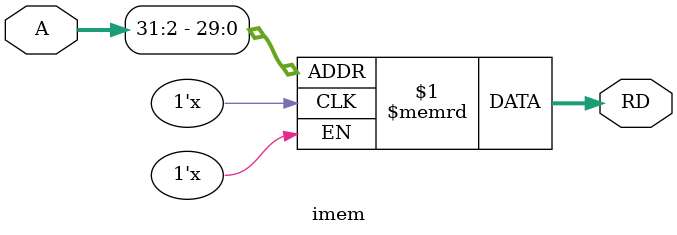
<source format=sv>
`ifndef imem
`define imem
module imem( input logic [31:0] A,
             output logic [31:0] RD);
    logic [31:0] RAM[65536:0];

    assign RD = RAM[A[31:2]];
endmodule
`endif
</source>
